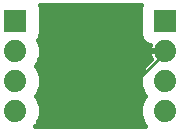
<source format=gbl>
G75*
%MOIN*%
%OFA0B0*%
%FSLAX25Y25*%
%IPPOS*%
%LPD*%
%AMOC8*
5,1,8,0,0,1.08239X$1,22.5*
%
%ADD10R,0.07400X0.07400*%
%ADD11C,0.07400*%
%ADD12C,0.00984*%
%ADD13C,0.02584*%
%ADD14C,0.01600*%
D10*
X0011800Y0041800D03*
X0061800Y0041800D03*
D11*
X0011800Y0011800D03*
X0011800Y0021800D03*
X0011800Y0031800D03*
X0061800Y0031800D03*
X0061800Y0021800D03*
X0061800Y0011800D03*
D12*
X0044123Y0013611D02*
X0061839Y0031328D01*
X0061800Y0031800D01*
D13*
X0044123Y0013611D03*
D14*
X0053363Y0013478D02*
X0053363Y0010122D01*
X0054647Y0007021D01*
X0055131Y0006537D01*
X0018469Y0006537D01*
X0018953Y0007021D01*
X0020237Y0010122D01*
X0020237Y0013478D01*
X0018953Y0016579D01*
X0018732Y0016800D01*
X0018953Y0017021D01*
X0020237Y0020122D01*
X0020237Y0023478D01*
X0018953Y0026579D01*
X0018732Y0026800D01*
X0018953Y0027021D01*
X0020237Y0030122D01*
X0020237Y0033478D01*
X0019458Y0035359D01*
X0019516Y0035417D01*
X0020237Y0037158D01*
X0020237Y0046442D01*
X0019996Y0047024D01*
X0053604Y0047024D01*
X0053363Y0046442D01*
X0053363Y0037158D01*
X0054084Y0035417D01*
X0055417Y0034084D01*
X0056600Y0033594D01*
X0056435Y0033088D01*
X0056300Y0032233D01*
X0056300Y0032000D01*
X0061600Y0032000D01*
X0061600Y0031600D01*
X0061600Y0030237D01*
X0062000Y0030237D01*
X0062000Y0031600D01*
X0061600Y0031600D01*
X0056300Y0031600D01*
X0056300Y0031367D01*
X0056435Y0030512D01*
X0056703Y0029689D01*
X0057068Y0028972D01*
X0057021Y0028953D01*
X0054647Y0026579D01*
X0053363Y0023478D01*
X0053363Y0020122D01*
X0054647Y0017021D01*
X0054868Y0016800D01*
X0054647Y0016579D01*
X0053363Y0013478D01*
X0053363Y0012990D02*
X0020237Y0012990D01*
X0020237Y0011391D02*
X0053363Y0011391D01*
X0053499Y0009793D02*
X0020101Y0009793D01*
X0019438Y0008194D02*
X0054161Y0008194D01*
X0055073Y0006596D02*
X0018527Y0006596D01*
X0019777Y0014588D02*
X0053823Y0014588D01*
X0054485Y0016187D02*
X0019115Y0016187D01*
X0019269Y0017785D02*
X0054331Y0017785D01*
X0053669Y0019384D02*
X0019931Y0019384D01*
X0020237Y0020982D02*
X0053363Y0020982D01*
X0053363Y0022581D02*
X0020237Y0022581D01*
X0019947Y0024179D02*
X0053653Y0024179D01*
X0054315Y0025778D02*
X0019285Y0025778D01*
X0019100Y0027376D02*
X0055444Y0027376D01*
X0057067Y0028975D02*
X0019762Y0028975D01*
X0020237Y0030573D02*
X0056426Y0030573D01*
X0056300Y0032172D02*
X0020237Y0032172D01*
X0020116Y0033770D02*
X0056175Y0033770D01*
X0054132Y0035369D02*
X0019468Y0035369D01*
X0020158Y0036967D02*
X0053442Y0036967D01*
X0053363Y0038566D02*
X0020237Y0038566D01*
X0020237Y0040164D02*
X0053363Y0040164D01*
X0053363Y0041763D02*
X0020237Y0041763D01*
X0020237Y0043361D02*
X0053363Y0043361D01*
X0053363Y0044960D02*
X0020237Y0044960D01*
X0020189Y0046558D02*
X0053411Y0046558D01*
X0061600Y0030573D02*
X0062000Y0030573D01*
M02*

</source>
